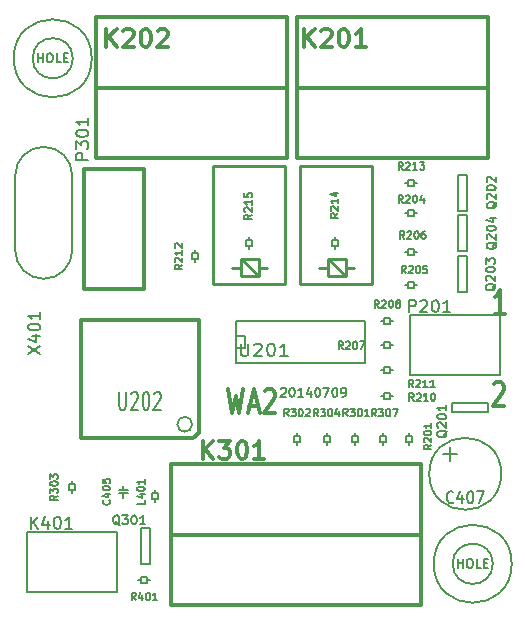
<source format=gto>
G04 #@! TF.GenerationSoftware,KiCad,Pcbnew,(5.1.5)-3*
G04 #@! TF.CreationDate,2021-08-30T19:46:02+02:00*
G04 #@! TF.ProjectId,wa2,7761322e-6b69-4636-9164-5f7063625858,0428 -*
G04 #@! TF.SameCoordinates,Original*
G04 #@! TF.FileFunction,Legend,Top*
G04 #@! TF.FilePolarity,Positive*
%FSLAX46Y46*%
G04 Gerber Fmt 4.6, Leading zero omitted, Abs format (unit mm)*
G04 Created by KiCad (PCBNEW (5.1.5)-3) date 2021-08-30 19:46:02*
%MOMM*%
%LPD*%
G04 APERTURE LIST*
%ADD10C,0.304800*%
%ADD11C,0.190500*%
%ADD12C,0.203200*%
%ADD13C,0.127000*%
%ADD14C,0.254000*%
%ADD15C,0.152400*%
G04 APERTURE END LIST*
D10*
X157864571Y-105580761D02*
X157937142Y-105484000D01*
X158082285Y-105387238D01*
X158445142Y-105387238D01*
X158590285Y-105484000D01*
X158662857Y-105580761D01*
X158735428Y-105774285D01*
X158735428Y-105967809D01*
X158662857Y-106258095D01*
X157792000Y-107419238D01*
X158735428Y-107419238D01*
X158835428Y-99619238D02*
X157964571Y-99619238D01*
X158400000Y-99619238D02*
X158400000Y-97587238D01*
X158254857Y-97877523D01*
X158109714Y-98071047D01*
X157964571Y-98167809D01*
D11*
X139842285Y-105955285D02*
X139878571Y-105919000D01*
X139951142Y-105882714D01*
X140132571Y-105882714D01*
X140205142Y-105919000D01*
X140241428Y-105955285D01*
X140277714Y-106027857D01*
X140277714Y-106100428D01*
X140241428Y-106209285D01*
X139806000Y-106644714D01*
X140277714Y-106644714D01*
X140749428Y-105882714D02*
X140822000Y-105882714D01*
X140894571Y-105919000D01*
X140930857Y-105955285D01*
X140967142Y-106027857D01*
X141003428Y-106173000D01*
X141003428Y-106354428D01*
X140967142Y-106499571D01*
X140930857Y-106572142D01*
X140894571Y-106608428D01*
X140822000Y-106644714D01*
X140749428Y-106644714D01*
X140676857Y-106608428D01*
X140640571Y-106572142D01*
X140604285Y-106499571D01*
X140568000Y-106354428D01*
X140568000Y-106173000D01*
X140604285Y-106027857D01*
X140640571Y-105955285D01*
X140676857Y-105919000D01*
X140749428Y-105882714D01*
X141729142Y-106644714D02*
X141293714Y-106644714D01*
X141511428Y-106644714D02*
X141511428Y-105882714D01*
X141438857Y-105991571D01*
X141366285Y-106064142D01*
X141293714Y-106100428D01*
X142382285Y-106136714D02*
X142382285Y-106644714D01*
X142200857Y-105846428D02*
X142019428Y-106390714D01*
X142491142Y-106390714D01*
X142926571Y-105882714D02*
X142999142Y-105882714D01*
X143071714Y-105919000D01*
X143108000Y-105955285D01*
X143144285Y-106027857D01*
X143180571Y-106173000D01*
X143180571Y-106354428D01*
X143144285Y-106499571D01*
X143108000Y-106572142D01*
X143071714Y-106608428D01*
X142999142Y-106644714D01*
X142926571Y-106644714D01*
X142854000Y-106608428D01*
X142817714Y-106572142D01*
X142781428Y-106499571D01*
X142745142Y-106354428D01*
X142745142Y-106173000D01*
X142781428Y-106027857D01*
X142817714Y-105955285D01*
X142854000Y-105919000D01*
X142926571Y-105882714D01*
X143434571Y-105882714D02*
X143942571Y-105882714D01*
X143616000Y-106644714D01*
X144378000Y-105882714D02*
X144450571Y-105882714D01*
X144523142Y-105919000D01*
X144559428Y-105955285D01*
X144595714Y-106027857D01*
X144632000Y-106173000D01*
X144632000Y-106354428D01*
X144595714Y-106499571D01*
X144559428Y-106572142D01*
X144523142Y-106608428D01*
X144450571Y-106644714D01*
X144378000Y-106644714D01*
X144305428Y-106608428D01*
X144269142Y-106572142D01*
X144232857Y-106499571D01*
X144196571Y-106354428D01*
X144196571Y-106173000D01*
X144232857Y-106027857D01*
X144269142Y-105955285D01*
X144305428Y-105919000D01*
X144378000Y-105882714D01*
X144994857Y-106644714D02*
X145140000Y-106644714D01*
X145212571Y-106608428D01*
X145248857Y-106572142D01*
X145321428Y-106463285D01*
X145357714Y-106318142D01*
X145357714Y-106027857D01*
X145321428Y-105955285D01*
X145285142Y-105919000D01*
X145212571Y-105882714D01*
X145067428Y-105882714D01*
X144994857Y-105919000D01*
X144958571Y-105955285D01*
X144922285Y-106027857D01*
X144922285Y-106209285D01*
X144958571Y-106281857D01*
X144994857Y-106318142D01*
X145067428Y-106354428D01*
X145212571Y-106354428D01*
X145285142Y-106318142D01*
X145321428Y-106281857D01*
X145357714Y-106209285D01*
D10*
X135368000Y-105987238D02*
X135730857Y-108019238D01*
X136021142Y-106567809D01*
X136311428Y-108019238D01*
X136674285Y-105987238D01*
X137182285Y-107438666D02*
X137908000Y-107438666D01*
X137037142Y-108019238D02*
X137545142Y-105987238D01*
X138053142Y-108019238D01*
X138488571Y-106180761D02*
X138561142Y-106084000D01*
X138706285Y-105987238D01*
X139069142Y-105987238D01*
X139214285Y-106084000D01*
X139286857Y-106180761D01*
X139359428Y-106374285D01*
X139359428Y-106567809D01*
X139286857Y-106858095D01*
X138416000Y-108019238D01*
X139359428Y-108019238D01*
D12*
X159385000Y-120777000D02*
G75*
G03X159385000Y-120777000I-3302000J0D01*
G01*
X157785558Y-120777000D02*
G75*
G03X157785558Y-120777000I-1702558J0D01*
G01*
X123825000Y-77978000D02*
G75*
G03X123825000Y-77978000I-3302000J0D01*
G01*
X122225558Y-77978000D02*
G75*
G03X122225558Y-77978000I-1702558J0D01*
G01*
D13*
X126492000Y-114554000D02*
X126492000Y-114173000D01*
X126111000Y-114554000D02*
X126873000Y-114554000D01*
X126492000Y-115189000D02*
X126492000Y-114808000D01*
X126492000Y-114808000D02*
X126111000Y-114808000D01*
X126111000Y-114808000D02*
X126873000Y-114808000D01*
D12*
X158496000Y-113157000D02*
G75*
G03X158496000Y-113157000I-3048000J0D01*
G01*
D10*
X157365700Y-86453980D02*
X157365700Y-74455020D01*
X146164300Y-74455020D02*
X157365700Y-74455020D01*
X141165580Y-86453980D02*
X141165580Y-74455020D01*
X157365700Y-86453980D02*
X146164300Y-86453980D01*
X157365700Y-80454500D02*
X146164300Y-80454500D01*
X146164300Y-86453980D02*
X141165580Y-86453980D01*
X146164300Y-74455020D02*
X141165580Y-74455020D01*
X146164300Y-80454500D02*
X141165580Y-80454500D01*
X129146300Y-80454500D02*
X124147580Y-80454500D01*
X129146300Y-74455020D02*
X124147580Y-74455020D01*
X129146300Y-86453980D02*
X124147580Y-86453980D01*
X140347700Y-80454500D02*
X129146300Y-80454500D01*
X140347700Y-86453980D02*
X129146300Y-86453980D01*
X124147580Y-86453980D02*
X124147580Y-74455020D01*
X129146300Y-74455020D02*
X140347700Y-74455020D01*
X140347700Y-86453980D02*
X140347700Y-74455020D01*
X141744700Y-124299980D02*
X151744680Y-124299980D01*
X141744700Y-118300500D02*
X151744680Y-118300500D01*
X141744700Y-112301020D02*
X151744680Y-112301020D01*
X130543300Y-118300500D02*
X141744700Y-118300500D01*
X130543300Y-112301020D02*
X141744700Y-112301020D01*
X151744680Y-112301020D02*
X151744680Y-124299980D01*
X141744700Y-124299980D02*
X130543300Y-124299980D01*
X130543300Y-112301020D02*
X130543300Y-124299980D01*
D12*
X125984000Y-123190000D02*
X118364000Y-123190000D01*
X118364000Y-118110000D02*
X125984000Y-118110000D01*
X125984000Y-118110000D02*
X125984000Y-123190000D01*
X118364000Y-123190000D02*
X118364000Y-118110000D01*
D13*
X129159000Y-115316000D02*
X129159000Y-115570000D01*
X129159000Y-114554000D02*
X129159000Y-114808000D01*
X129413000Y-114808000D02*
X129032000Y-114808000D01*
X129032000Y-114808000D02*
X128905000Y-114808000D01*
X128905000Y-114808000D02*
X128905000Y-115316000D01*
X128905000Y-115316000D02*
X129413000Y-115316000D01*
X129413000Y-115316000D02*
X129413000Y-114808000D01*
D12*
X158369000Y-99695000D02*
X158369000Y-104775000D01*
X150749000Y-104775000D02*
X150749000Y-99695000D01*
X158369000Y-104775000D02*
X150749000Y-104775000D01*
X150749000Y-99695000D02*
X158369000Y-99695000D01*
D10*
X128270000Y-87376000D02*
X128270000Y-97536000D01*
X128270000Y-97536000D02*
X123190000Y-97536000D01*
X123190000Y-97536000D02*
X123190000Y-87376000D01*
X123190000Y-87376000D02*
X128270000Y-87376000D01*
D13*
X157353000Y-107950000D02*
X154305000Y-107950000D01*
X154305000Y-107950000D02*
X154305000Y-107188000D01*
X154305000Y-107188000D02*
X157353000Y-107188000D01*
X157353000Y-107188000D02*
X157353000Y-107950000D01*
X154876500Y-87820500D02*
X155638500Y-87820500D01*
X154876500Y-90868500D02*
X154876500Y-87820500D01*
X155638500Y-90868500D02*
X154876500Y-90868500D01*
X155638500Y-87820500D02*
X155638500Y-90868500D01*
X155575000Y-94742000D02*
X155575000Y-97790000D01*
X155575000Y-97790000D02*
X154813000Y-97790000D01*
X154813000Y-97790000D02*
X154813000Y-94742000D01*
X154813000Y-94742000D02*
X155575000Y-94742000D01*
X155638500Y-91249500D02*
X155638500Y-94297500D01*
X155638500Y-94297500D02*
X154876500Y-94297500D01*
X154876500Y-94297500D02*
X154876500Y-91249500D01*
X154876500Y-91249500D02*
X155638500Y-91249500D01*
X128778000Y-120777000D02*
X128016000Y-120777000D01*
X128778000Y-117729000D02*
X128778000Y-120777000D01*
X128016000Y-117729000D02*
X128778000Y-117729000D01*
X128016000Y-120777000D02*
X128016000Y-117729000D01*
X150446000Y-109946000D02*
X150446000Y-110454000D01*
X150954000Y-109946000D02*
X150446000Y-109946000D01*
X150954000Y-110454000D02*
X150954000Y-109946000D01*
X150827000Y-110454000D02*
X150954000Y-110454000D01*
X150446000Y-110454000D02*
X150827000Y-110454000D01*
X150700000Y-110708000D02*
X150700000Y-110454000D01*
X150700000Y-109946000D02*
X150700000Y-109692000D01*
X151130000Y-90805000D02*
X150622000Y-90805000D01*
X151130000Y-91313000D02*
X151130000Y-90805000D01*
X150622000Y-91313000D02*
X151130000Y-91313000D01*
X150622000Y-91186000D02*
X150622000Y-91313000D01*
X150622000Y-90805000D02*
X150622000Y-91186000D01*
X150368000Y-91059000D02*
X150622000Y-91059000D01*
X151130000Y-91059000D02*
X151384000Y-91059000D01*
X151130000Y-97155000D02*
X151384000Y-97155000D01*
X150368000Y-97155000D02*
X150622000Y-97155000D01*
X150622000Y-96901000D02*
X150622000Y-97282000D01*
X150622000Y-97282000D02*
X150622000Y-97409000D01*
X150622000Y-97409000D02*
X151130000Y-97409000D01*
X151130000Y-97409000D02*
X151130000Y-96901000D01*
X151130000Y-96901000D02*
X150622000Y-96901000D01*
X151130000Y-94361000D02*
X151384000Y-94361000D01*
X150368000Y-94361000D02*
X150622000Y-94361000D01*
X150622000Y-94107000D02*
X150622000Y-94488000D01*
X150622000Y-94488000D02*
X150622000Y-94615000D01*
X150622000Y-94615000D02*
X151130000Y-94615000D01*
X151130000Y-94615000D02*
X151130000Y-94107000D01*
X151130000Y-94107000D02*
X150622000Y-94107000D01*
X149098000Y-101981000D02*
X148590000Y-101981000D01*
X149098000Y-102489000D02*
X149098000Y-101981000D01*
X148590000Y-102489000D02*
X149098000Y-102489000D01*
X148590000Y-102362000D02*
X148590000Y-102489000D01*
X148590000Y-101981000D02*
X148590000Y-102362000D01*
X148336000Y-102235000D02*
X148590000Y-102235000D01*
X149098000Y-102235000D02*
X149352000Y-102235000D01*
X149098000Y-99949000D02*
X148590000Y-99949000D01*
X149098000Y-100457000D02*
X149098000Y-99949000D01*
X148590000Y-100457000D02*
X149098000Y-100457000D01*
X148590000Y-100330000D02*
X148590000Y-100457000D01*
X148590000Y-99949000D02*
X148590000Y-100330000D01*
X148336000Y-100203000D02*
X148590000Y-100203000D01*
X149098000Y-100203000D02*
X149352000Y-100203000D01*
X149098000Y-106553000D02*
X149352000Y-106553000D01*
X148336000Y-106553000D02*
X148590000Y-106553000D01*
X148590000Y-106299000D02*
X148590000Y-106680000D01*
X148590000Y-106680000D02*
X148590000Y-106807000D01*
X148590000Y-106807000D02*
X149098000Y-106807000D01*
X149098000Y-106807000D02*
X149098000Y-106299000D01*
X149098000Y-106299000D02*
X148590000Y-106299000D01*
X149098000Y-104394000D02*
X149352000Y-104394000D01*
X148336000Y-104394000D02*
X148590000Y-104394000D01*
X148590000Y-104140000D02*
X148590000Y-104521000D01*
X148590000Y-104521000D02*
X148590000Y-104648000D01*
X148590000Y-104648000D02*
X149098000Y-104648000D01*
X149098000Y-104648000D02*
X149098000Y-104140000D01*
X149098000Y-104140000D02*
X148590000Y-104140000D01*
X132334000Y-94488000D02*
X132334000Y-94996000D01*
X132842000Y-94488000D02*
X132334000Y-94488000D01*
X132842000Y-94996000D02*
X132842000Y-94488000D01*
X132715000Y-94996000D02*
X132842000Y-94996000D01*
X132334000Y-94996000D02*
X132715000Y-94996000D01*
X132588000Y-95250000D02*
X132588000Y-94996000D01*
X132588000Y-94488000D02*
X132588000Y-94234000D01*
X151130000Y-88265000D02*
X150622000Y-88265000D01*
X151130000Y-88773000D02*
X151130000Y-88265000D01*
X150622000Y-88773000D02*
X151130000Y-88773000D01*
X150622000Y-88646000D02*
X150622000Y-88773000D01*
X150622000Y-88265000D02*
X150622000Y-88646000D01*
X150368000Y-88519000D02*
X150622000Y-88519000D01*
X151130000Y-88519000D02*
X151384000Y-88519000D01*
X144145000Y-93345000D02*
X144145000Y-93853000D01*
X144653000Y-93345000D02*
X144145000Y-93345000D01*
X144653000Y-93853000D02*
X144653000Y-93345000D01*
X144526000Y-93853000D02*
X144653000Y-93853000D01*
X144145000Y-93853000D02*
X144526000Y-93853000D01*
X144399000Y-94107000D02*
X144399000Y-93853000D01*
X144399000Y-93345000D02*
X144399000Y-93091000D01*
X137160000Y-93345000D02*
X137160000Y-93091000D01*
X137160000Y-94107000D02*
X137160000Y-93853000D01*
X136906000Y-93853000D02*
X137287000Y-93853000D01*
X137287000Y-93853000D02*
X137414000Y-93853000D01*
X137414000Y-93853000D02*
X137414000Y-93345000D01*
X137414000Y-93345000D02*
X136906000Y-93345000D01*
X136906000Y-93345000D02*
X136906000Y-93853000D01*
X145904000Y-109982000D02*
X145904000Y-110490000D01*
X146412000Y-109982000D02*
X145904000Y-109982000D01*
X146412000Y-110490000D02*
X146412000Y-109982000D01*
X146285000Y-110490000D02*
X146412000Y-110490000D01*
X145904000Y-110490000D02*
X146285000Y-110490000D01*
X146158000Y-110744000D02*
X146158000Y-110490000D01*
X146158000Y-109982000D02*
X146158000Y-109728000D01*
X141205000Y-109982000D02*
X141205000Y-109728000D01*
X141205000Y-110744000D02*
X141205000Y-110490000D01*
X140951000Y-110490000D02*
X141332000Y-110490000D01*
X141332000Y-110490000D02*
X141459000Y-110490000D01*
X141459000Y-110490000D02*
X141459000Y-109982000D01*
X141459000Y-109982000D02*
X140951000Y-109982000D01*
X140951000Y-109982000D02*
X140951000Y-110490000D01*
X122174000Y-114046000D02*
X122174000Y-113792000D01*
X122174000Y-114808000D02*
X122174000Y-114554000D01*
X121920000Y-114554000D02*
X122301000Y-114554000D01*
X122301000Y-114554000D02*
X122428000Y-114554000D01*
X122428000Y-114554000D02*
X122428000Y-114046000D01*
X122428000Y-114046000D02*
X121920000Y-114046000D01*
X121920000Y-114046000D02*
X121920000Y-114554000D01*
X143999000Y-110490000D02*
X143999000Y-109982000D01*
X143491000Y-110490000D02*
X143999000Y-110490000D01*
X143491000Y-109982000D02*
X143491000Y-110490000D01*
X143618000Y-109982000D02*
X143491000Y-109982000D01*
X143999000Y-109982000D02*
X143618000Y-109982000D01*
X143745000Y-109728000D02*
X143745000Y-109982000D01*
X143745000Y-110490000D02*
X143745000Y-110744000D01*
X148246000Y-109946000D02*
X148246000Y-110454000D01*
X148754000Y-109946000D02*
X148246000Y-109946000D01*
X148754000Y-110454000D02*
X148754000Y-109946000D01*
X148627000Y-110454000D02*
X148754000Y-110454000D01*
X148246000Y-110454000D02*
X148627000Y-110454000D01*
X148500000Y-110708000D02*
X148500000Y-110454000D01*
X148500000Y-109946000D02*
X148500000Y-109692000D01*
X128016000Y-122428000D02*
X128524000Y-122428000D01*
X128016000Y-121920000D02*
X128016000Y-122428000D01*
X128524000Y-121920000D02*
X128016000Y-121920000D01*
X128524000Y-122047000D02*
X128524000Y-121920000D01*
X128524000Y-122428000D02*
X128524000Y-122047000D01*
X128778000Y-122174000D02*
X128524000Y-122174000D01*
X128016000Y-122174000D02*
X127762000Y-122174000D01*
D14*
X145313400Y-95707200D02*
X146024600Y-95707200D01*
X143814800Y-95707200D02*
X143027400Y-95707200D01*
X145313400Y-96443800D02*
X143814800Y-94945200D01*
X143814800Y-96443800D02*
X143814800Y-94945200D01*
X143814800Y-94945200D02*
X145313400Y-94945200D01*
X145313400Y-94945200D02*
X145313400Y-96443800D01*
X145313400Y-96443800D02*
X143814800Y-96443800D01*
X141478000Y-97129600D02*
X141478000Y-87096600D01*
X141478000Y-87096600D02*
X147548600Y-87096600D01*
X147548600Y-87096600D02*
X147574000Y-97129600D01*
X147574000Y-97129600D02*
X141478000Y-97129600D01*
X140208000Y-97129600D02*
X134112000Y-97129600D01*
X140182600Y-87096600D02*
X140208000Y-97129600D01*
X134112000Y-87096600D02*
X140182600Y-87096600D01*
X134112000Y-97129600D02*
X134112000Y-87096600D01*
X137947400Y-96443800D02*
X136448800Y-96443800D01*
X137947400Y-94945200D02*
X137947400Y-96443800D01*
X136448800Y-94945200D02*
X137947400Y-94945200D01*
X136448800Y-96443800D02*
X136448800Y-94945200D01*
X137947400Y-96443800D02*
X136448800Y-94945200D01*
X136448800Y-95707200D02*
X135661400Y-95707200D01*
X137947400Y-95707200D02*
X138658600Y-95707200D01*
D12*
X136017000Y-100203000D02*
X146939000Y-100203000D01*
X146939000Y-100203000D02*
X146939000Y-103759000D01*
X146939000Y-103759000D02*
X136017000Y-103759000D01*
X136017000Y-103759000D02*
X136017000Y-100203000D01*
X136017000Y-101473000D02*
X136779000Y-101473000D01*
X136779000Y-101473000D02*
X136779000Y-102489000D01*
X136779000Y-102489000D02*
X136017000Y-102489000D01*
D10*
X122885200Y-110159800D02*
X122885200Y-100152200D01*
X122885200Y-100152200D02*
X132892800Y-100152200D01*
X132892800Y-109677200D02*
X132892800Y-100152200D01*
X132410200Y-110159800D02*
X122885200Y-110159800D01*
X132892800Y-109677200D02*
X132410200Y-110159800D01*
D12*
X132334000Y-108966000D02*
G75*
G03X132334000Y-108966000I-635000J0D01*
G01*
X117348000Y-87884000D02*
X117348000Y-94234000D01*
X122174000Y-87884000D02*
X122174000Y-94234000D01*
X119761000Y-85471000D02*
G75*
G03X117348000Y-87884000I0J-2413000D01*
G01*
X122174000Y-87884000D02*
G75*
G03X119761000Y-85471000I-2413000J0D01*
G01*
X117348000Y-94234000D02*
G75*
G03X119761000Y-96647000I2413000J0D01*
G01*
X119761000Y-96647000D02*
G75*
G03X122174000Y-94234000I0J2413000D01*
G01*
D15*
X154813000Y-121121714D02*
X154813000Y-120359714D01*
X154813000Y-120722571D02*
X155248428Y-120722571D01*
X155248428Y-121121714D02*
X155248428Y-120359714D01*
X155756428Y-120359714D02*
X155901571Y-120359714D01*
X155974142Y-120396000D01*
X156046714Y-120468571D01*
X156083000Y-120613714D01*
X156083000Y-120867714D01*
X156046714Y-121012857D01*
X155974142Y-121085428D01*
X155901571Y-121121714D01*
X155756428Y-121121714D01*
X155683857Y-121085428D01*
X155611285Y-121012857D01*
X155575000Y-120867714D01*
X155575000Y-120613714D01*
X155611285Y-120468571D01*
X155683857Y-120396000D01*
X155756428Y-120359714D01*
X156772428Y-121121714D02*
X156409571Y-121121714D01*
X156409571Y-120359714D01*
X157026428Y-120722571D02*
X157280428Y-120722571D01*
X157389285Y-121121714D02*
X157026428Y-121121714D01*
X157026428Y-120359714D01*
X157389285Y-120359714D01*
X119253000Y-78322714D02*
X119253000Y-77560714D01*
X119253000Y-77923571D02*
X119688428Y-77923571D01*
X119688428Y-78322714D02*
X119688428Y-77560714D01*
X120196428Y-77560714D02*
X120341571Y-77560714D01*
X120414142Y-77597000D01*
X120486714Y-77669571D01*
X120523000Y-77814714D01*
X120523000Y-78068714D01*
X120486714Y-78213857D01*
X120414142Y-78286428D01*
X120341571Y-78322714D01*
X120196428Y-78322714D01*
X120123857Y-78286428D01*
X120051285Y-78213857D01*
X120015000Y-78068714D01*
X120015000Y-77814714D01*
X120051285Y-77669571D01*
X120123857Y-77597000D01*
X120196428Y-77560714D01*
X121212428Y-78322714D02*
X120849571Y-78322714D01*
X120849571Y-77560714D01*
X121466428Y-77923571D02*
X121720428Y-77923571D01*
X121829285Y-78322714D02*
X121466428Y-78322714D01*
X121466428Y-77560714D01*
X121829285Y-77560714D01*
D13*
X125321785Y-115391595D02*
X125352023Y-115421833D01*
X125382261Y-115512547D01*
X125382261Y-115573023D01*
X125352023Y-115663738D01*
X125291547Y-115724214D01*
X125231071Y-115754452D01*
X125110119Y-115784690D01*
X125019404Y-115784690D01*
X124898452Y-115754452D01*
X124837976Y-115724214D01*
X124777500Y-115663738D01*
X124747261Y-115573023D01*
X124747261Y-115512547D01*
X124777500Y-115421833D01*
X124807738Y-115391595D01*
X124958928Y-114847309D02*
X125382261Y-114847309D01*
X124717023Y-114998500D02*
X125170595Y-115149690D01*
X125170595Y-114756595D01*
X124747261Y-114393738D02*
X124747261Y-114333261D01*
X124777500Y-114272785D01*
X124807738Y-114242547D01*
X124868214Y-114212309D01*
X124989166Y-114182071D01*
X125140357Y-114182071D01*
X125261309Y-114212309D01*
X125321785Y-114242547D01*
X125352023Y-114272785D01*
X125382261Y-114333261D01*
X125382261Y-114393738D01*
X125352023Y-114454214D01*
X125321785Y-114484452D01*
X125261309Y-114514690D01*
X125140357Y-114544928D01*
X124989166Y-114544928D01*
X124868214Y-114514690D01*
X124807738Y-114484452D01*
X124777500Y-114454214D01*
X124747261Y-114393738D01*
X124747261Y-113607547D02*
X124747261Y-113909928D01*
X125049642Y-113940166D01*
X125019404Y-113909928D01*
X124989166Y-113849452D01*
X124989166Y-113698261D01*
X125019404Y-113637785D01*
X125049642Y-113607547D01*
X125110119Y-113577309D01*
X125261309Y-113577309D01*
X125321785Y-113607547D01*
X125352023Y-113637785D01*
X125382261Y-113698261D01*
X125382261Y-113849452D01*
X125352023Y-113909928D01*
X125321785Y-113940166D01*
D12*
X154453166Y-115551857D02*
X154410833Y-115600238D01*
X154283833Y-115648619D01*
X154199166Y-115648619D01*
X154072166Y-115600238D01*
X153987500Y-115503476D01*
X153945166Y-115406714D01*
X153902833Y-115213190D01*
X153902833Y-115068047D01*
X153945166Y-114874523D01*
X153987500Y-114777761D01*
X154072166Y-114681000D01*
X154199166Y-114632619D01*
X154283833Y-114632619D01*
X154410833Y-114681000D01*
X154453166Y-114729380D01*
X155215166Y-114971285D02*
X155215166Y-115648619D01*
X155003500Y-114584238D02*
X154791833Y-115309952D01*
X155342166Y-115309952D01*
X155850166Y-114632619D02*
X155934833Y-114632619D01*
X156019500Y-114681000D01*
X156061833Y-114729380D01*
X156104166Y-114826142D01*
X156146500Y-115019666D01*
X156146500Y-115261571D01*
X156104166Y-115455095D01*
X156061833Y-115551857D01*
X156019500Y-115600238D01*
X155934833Y-115648619D01*
X155850166Y-115648619D01*
X155765500Y-115600238D01*
X155723166Y-115551857D01*
X155680833Y-115455095D01*
X155638500Y-115261571D01*
X155638500Y-115019666D01*
X155680833Y-114826142D01*
X155723166Y-114729380D01*
X155765500Y-114681000D01*
X155850166Y-114632619D01*
X156442833Y-114632619D02*
X157035500Y-114632619D01*
X156654500Y-115648619D01*
X153597428Y-111487857D02*
X154758571Y-111487857D01*
X154178000Y-112068428D02*
X154178000Y-110907285D01*
D10*
X141822714Y-77016428D02*
X141822714Y-75492428D01*
X142693571Y-77016428D02*
X142040428Y-76145571D01*
X142693571Y-75492428D02*
X141822714Y-76363285D01*
X143274142Y-75637571D02*
X143346714Y-75565000D01*
X143491857Y-75492428D01*
X143854714Y-75492428D01*
X143999857Y-75565000D01*
X144072428Y-75637571D01*
X144145000Y-75782714D01*
X144145000Y-75927857D01*
X144072428Y-76145571D01*
X143201571Y-77016428D01*
X144145000Y-77016428D01*
X145088428Y-75492428D02*
X145233571Y-75492428D01*
X145378714Y-75565000D01*
X145451285Y-75637571D01*
X145523857Y-75782714D01*
X145596428Y-76073000D01*
X145596428Y-76435857D01*
X145523857Y-76726142D01*
X145451285Y-76871285D01*
X145378714Y-76943857D01*
X145233571Y-77016428D01*
X145088428Y-77016428D01*
X144943285Y-76943857D01*
X144870714Y-76871285D01*
X144798142Y-76726142D01*
X144725571Y-76435857D01*
X144725571Y-76073000D01*
X144798142Y-75782714D01*
X144870714Y-75637571D01*
X144943285Y-75565000D01*
X145088428Y-75492428D01*
X147047857Y-77016428D02*
X146177000Y-77016428D01*
X146612428Y-77016428D02*
X146612428Y-75492428D01*
X146467285Y-75710142D01*
X146322142Y-75855285D01*
X146177000Y-75927857D01*
X125058714Y-77016428D02*
X125058714Y-75492428D01*
X125929571Y-77016428D02*
X125276428Y-76145571D01*
X125929571Y-75492428D02*
X125058714Y-76363285D01*
X126510142Y-75637571D02*
X126582714Y-75565000D01*
X126727857Y-75492428D01*
X127090714Y-75492428D01*
X127235857Y-75565000D01*
X127308428Y-75637571D01*
X127381000Y-75782714D01*
X127381000Y-75927857D01*
X127308428Y-76145571D01*
X126437571Y-77016428D01*
X127381000Y-77016428D01*
X128324428Y-75492428D02*
X128469571Y-75492428D01*
X128614714Y-75565000D01*
X128687285Y-75637571D01*
X128759857Y-75782714D01*
X128832428Y-76073000D01*
X128832428Y-76435857D01*
X128759857Y-76726142D01*
X128687285Y-76871285D01*
X128614714Y-76943857D01*
X128469571Y-77016428D01*
X128324428Y-77016428D01*
X128179285Y-76943857D01*
X128106714Y-76871285D01*
X128034142Y-76726142D01*
X127961571Y-76435857D01*
X127961571Y-76073000D01*
X128034142Y-75782714D01*
X128106714Y-75637571D01*
X128179285Y-75565000D01*
X128324428Y-75492428D01*
X129413000Y-75637571D02*
X129485571Y-75565000D01*
X129630714Y-75492428D01*
X129993571Y-75492428D01*
X130138714Y-75565000D01*
X130211285Y-75637571D01*
X130283857Y-75782714D01*
X130283857Y-75927857D01*
X130211285Y-76145571D01*
X129340428Y-77016428D01*
X130283857Y-77016428D01*
X133223714Y-111889428D02*
X133223714Y-110365428D01*
X134094571Y-111889428D02*
X133441428Y-111018571D01*
X134094571Y-110365428D02*
X133223714Y-111236285D01*
X134602571Y-110365428D02*
X135546000Y-110365428D01*
X135038000Y-110946000D01*
X135255714Y-110946000D01*
X135400857Y-111018571D01*
X135473428Y-111091142D01*
X135546000Y-111236285D01*
X135546000Y-111599142D01*
X135473428Y-111744285D01*
X135400857Y-111816857D01*
X135255714Y-111889428D01*
X134820285Y-111889428D01*
X134675142Y-111816857D01*
X134602571Y-111744285D01*
X136489428Y-110365428D02*
X136634571Y-110365428D01*
X136779714Y-110438000D01*
X136852285Y-110510571D01*
X136924857Y-110655714D01*
X136997428Y-110946000D01*
X136997428Y-111308857D01*
X136924857Y-111599142D01*
X136852285Y-111744285D01*
X136779714Y-111816857D01*
X136634571Y-111889428D01*
X136489428Y-111889428D01*
X136344285Y-111816857D01*
X136271714Y-111744285D01*
X136199142Y-111599142D01*
X136126571Y-111308857D01*
X136126571Y-110946000D01*
X136199142Y-110655714D01*
X136271714Y-110510571D01*
X136344285Y-110438000D01*
X136489428Y-110365428D01*
X138448857Y-111889428D02*
X137578000Y-111889428D01*
X138013428Y-111889428D02*
X138013428Y-110365428D01*
X137868285Y-110583142D01*
X137723142Y-110728285D01*
X137578000Y-110800857D01*
D15*
X118678476Y-117807619D02*
X118678476Y-116791619D01*
X119259047Y-117807619D02*
X118823619Y-117227047D01*
X119259047Y-116791619D02*
X118678476Y-117372190D01*
X120129904Y-117130285D02*
X120129904Y-117807619D01*
X119888000Y-116743238D02*
X119646095Y-117468952D01*
X120275047Y-117468952D01*
X120855619Y-116791619D02*
X120952380Y-116791619D01*
X121049142Y-116840000D01*
X121097523Y-116888380D01*
X121145904Y-116985142D01*
X121194285Y-117178666D01*
X121194285Y-117420571D01*
X121145904Y-117614095D01*
X121097523Y-117710857D01*
X121049142Y-117759238D01*
X120952380Y-117807619D01*
X120855619Y-117807619D01*
X120758857Y-117759238D01*
X120710476Y-117710857D01*
X120662095Y-117614095D01*
X120613714Y-117420571D01*
X120613714Y-117178666D01*
X120662095Y-116985142D01*
X120710476Y-116888380D01*
X120758857Y-116840000D01*
X120855619Y-116791619D01*
X122161904Y-117807619D02*
X121581333Y-117807619D01*
X121871619Y-117807619D02*
X121871619Y-116791619D01*
X121774857Y-116936761D01*
X121678095Y-117033523D01*
X121581333Y-117081904D01*
D13*
X128303261Y-115391595D02*
X128303261Y-115693976D01*
X127668261Y-115693976D01*
X127879928Y-114907785D02*
X128303261Y-114907785D01*
X127638023Y-115058976D02*
X128091595Y-115210166D01*
X128091595Y-114817071D01*
X127668261Y-114454214D02*
X127668261Y-114393738D01*
X127698500Y-114333261D01*
X127728738Y-114303023D01*
X127789214Y-114272785D01*
X127910166Y-114242547D01*
X128061357Y-114242547D01*
X128182309Y-114272785D01*
X128242785Y-114303023D01*
X128273023Y-114333261D01*
X128303261Y-114393738D01*
X128303261Y-114454214D01*
X128273023Y-114514690D01*
X128242785Y-114544928D01*
X128182309Y-114575166D01*
X128061357Y-114605404D01*
X127910166Y-114605404D01*
X127789214Y-114575166D01*
X127728738Y-114544928D01*
X127698500Y-114514690D01*
X127668261Y-114454214D01*
X128303261Y-113637785D02*
X128303261Y-114000642D01*
X128303261Y-113819214D02*
X127668261Y-113819214D01*
X127758976Y-113879690D01*
X127819452Y-113940166D01*
X127849690Y-114000642D01*
D15*
X150682476Y-99459619D02*
X150682476Y-98443619D01*
X151069523Y-98443619D01*
X151166285Y-98492000D01*
X151214666Y-98540380D01*
X151263047Y-98637142D01*
X151263047Y-98782285D01*
X151214666Y-98879047D01*
X151166285Y-98927428D01*
X151069523Y-98975809D01*
X150682476Y-98975809D01*
X151650095Y-98540380D02*
X151698476Y-98492000D01*
X151795238Y-98443619D01*
X152037142Y-98443619D01*
X152133904Y-98492000D01*
X152182285Y-98540380D01*
X152230666Y-98637142D01*
X152230666Y-98733904D01*
X152182285Y-98879047D01*
X151601714Y-99459619D01*
X152230666Y-99459619D01*
X152859619Y-98443619D02*
X152956380Y-98443619D01*
X153053142Y-98492000D01*
X153101523Y-98540380D01*
X153149904Y-98637142D01*
X153198285Y-98830666D01*
X153198285Y-99072571D01*
X153149904Y-99266095D01*
X153101523Y-99362857D01*
X153053142Y-99411238D01*
X152956380Y-99459619D01*
X152859619Y-99459619D01*
X152762857Y-99411238D01*
X152714476Y-99362857D01*
X152666095Y-99266095D01*
X152617714Y-99072571D01*
X152617714Y-98830666D01*
X152666095Y-98637142D01*
X152714476Y-98540380D01*
X152762857Y-98492000D01*
X152859619Y-98443619D01*
X154165904Y-99459619D02*
X153585333Y-99459619D01*
X153875619Y-99459619D02*
X153875619Y-98443619D01*
X153778857Y-98588761D01*
X153682095Y-98685523D01*
X153585333Y-98733904D01*
D12*
X123522619Y-86553523D02*
X122506619Y-86553523D01*
X122506619Y-86166476D01*
X122555000Y-86069714D01*
X122603380Y-86021333D01*
X122700142Y-85972952D01*
X122845285Y-85972952D01*
X122942047Y-86021333D01*
X122990428Y-86069714D01*
X123038809Y-86166476D01*
X123038809Y-86553523D01*
X122506619Y-85634285D02*
X122506619Y-85005333D01*
X122893666Y-85344000D01*
X122893666Y-85198857D01*
X122942047Y-85102095D01*
X122990428Y-85053714D01*
X123087190Y-85005333D01*
X123329095Y-85005333D01*
X123425857Y-85053714D01*
X123474238Y-85102095D01*
X123522619Y-85198857D01*
X123522619Y-85489142D01*
X123474238Y-85585904D01*
X123425857Y-85634285D01*
X122506619Y-84376380D02*
X122506619Y-84279619D01*
X122555000Y-84182857D01*
X122603380Y-84134476D01*
X122700142Y-84086095D01*
X122893666Y-84037714D01*
X123135571Y-84037714D01*
X123329095Y-84086095D01*
X123425857Y-84134476D01*
X123474238Y-84182857D01*
X123522619Y-84279619D01*
X123522619Y-84376380D01*
X123474238Y-84473142D01*
X123425857Y-84521523D01*
X123329095Y-84569904D01*
X123135571Y-84618285D01*
X122893666Y-84618285D01*
X122700142Y-84569904D01*
X122603380Y-84521523D01*
X122555000Y-84473142D01*
X122506619Y-84376380D01*
X123522619Y-83070095D02*
X123522619Y-83650666D01*
X123522619Y-83360380D02*
X122506619Y-83360380D01*
X122651761Y-83457142D01*
X122748523Y-83553904D01*
X122796904Y-83650666D01*
D11*
X153917285Y-109498285D02*
X153881000Y-109570857D01*
X153808428Y-109643428D01*
X153699571Y-109752285D01*
X153663285Y-109824857D01*
X153663285Y-109897428D01*
X153844714Y-109861142D02*
X153808428Y-109933714D01*
X153735857Y-110006285D01*
X153590714Y-110042571D01*
X153336714Y-110042571D01*
X153191571Y-110006285D01*
X153119000Y-109933714D01*
X153082714Y-109861142D01*
X153082714Y-109716000D01*
X153119000Y-109643428D01*
X153191571Y-109570857D01*
X153336714Y-109534571D01*
X153590714Y-109534571D01*
X153735857Y-109570857D01*
X153808428Y-109643428D01*
X153844714Y-109716000D01*
X153844714Y-109861142D01*
X153155285Y-109244285D02*
X153119000Y-109208000D01*
X153082714Y-109135428D01*
X153082714Y-108954000D01*
X153119000Y-108881428D01*
X153155285Y-108845142D01*
X153227857Y-108808857D01*
X153300428Y-108808857D01*
X153409285Y-108845142D01*
X153844714Y-109280571D01*
X153844714Y-108808857D01*
X153082714Y-108337142D02*
X153082714Y-108264571D01*
X153119000Y-108192000D01*
X153155285Y-108155714D01*
X153227857Y-108119428D01*
X153373000Y-108083142D01*
X153554428Y-108083142D01*
X153699571Y-108119428D01*
X153772142Y-108155714D01*
X153808428Y-108192000D01*
X153844714Y-108264571D01*
X153844714Y-108337142D01*
X153808428Y-108409714D01*
X153772142Y-108446000D01*
X153699571Y-108482285D01*
X153554428Y-108518571D01*
X153373000Y-108518571D01*
X153227857Y-108482285D01*
X153155285Y-108446000D01*
X153119000Y-108409714D01*
X153082714Y-108337142D01*
X153844714Y-107357428D02*
X153844714Y-107792857D01*
X153844714Y-107575142D02*
X153082714Y-107575142D01*
X153191571Y-107647714D01*
X153264142Y-107720285D01*
X153300428Y-107792857D01*
X158087785Y-90142785D02*
X158051500Y-90215357D01*
X157978928Y-90287928D01*
X157870071Y-90396785D01*
X157833785Y-90469357D01*
X157833785Y-90541928D01*
X158015214Y-90505642D02*
X157978928Y-90578214D01*
X157906357Y-90650785D01*
X157761214Y-90687071D01*
X157507214Y-90687071D01*
X157362071Y-90650785D01*
X157289500Y-90578214D01*
X157253214Y-90505642D01*
X157253214Y-90360500D01*
X157289500Y-90287928D01*
X157362071Y-90215357D01*
X157507214Y-90179071D01*
X157761214Y-90179071D01*
X157906357Y-90215357D01*
X157978928Y-90287928D01*
X158015214Y-90360500D01*
X158015214Y-90505642D01*
X157325785Y-89888785D02*
X157289500Y-89852500D01*
X157253214Y-89779928D01*
X157253214Y-89598500D01*
X157289500Y-89525928D01*
X157325785Y-89489642D01*
X157398357Y-89453357D01*
X157470928Y-89453357D01*
X157579785Y-89489642D01*
X158015214Y-89925071D01*
X158015214Y-89453357D01*
X157253214Y-88981642D02*
X157253214Y-88909071D01*
X157289500Y-88836500D01*
X157325785Y-88800214D01*
X157398357Y-88763928D01*
X157543500Y-88727642D01*
X157724928Y-88727642D01*
X157870071Y-88763928D01*
X157942642Y-88800214D01*
X157978928Y-88836500D01*
X158015214Y-88909071D01*
X158015214Y-88981642D01*
X157978928Y-89054214D01*
X157942642Y-89090500D01*
X157870071Y-89126785D01*
X157724928Y-89163071D01*
X157543500Y-89163071D01*
X157398357Y-89126785D01*
X157325785Y-89090500D01*
X157289500Y-89054214D01*
X157253214Y-88981642D01*
X157325785Y-88437357D02*
X157289500Y-88401071D01*
X157253214Y-88328500D01*
X157253214Y-88147071D01*
X157289500Y-88074500D01*
X157325785Y-88038214D01*
X157398357Y-88001928D01*
X157470928Y-88001928D01*
X157579785Y-88038214D01*
X158015214Y-88473642D01*
X158015214Y-88001928D01*
X158024285Y-97064285D02*
X157988000Y-97136857D01*
X157915428Y-97209428D01*
X157806571Y-97318285D01*
X157770285Y-97390857D01*
X157770285Y-97463428D01*
X157951714Y-97427142D02*
X157915428Y-97499714D01*
X157842857Y-97572285D01*
X157697714Y-97608571D01*
X157443714Y-97608571D01*
X157298571Y-97572285D01*
X157226000Y-97499714D01*
X157189714Y-97427142D01*
X157189714Y-97282000D01*
X157226000Y-97209428D01*
X157298571Y-97136857D01*
X157443714Y-97100571D01*
X157697714Y-97100571D01*
X157842857Y-97136857D01*
X157915428Y-97209428D01*
X157951714Y-97282000D01*
X157951714Y-97427142D01*
X157262285Y-96810285D02*
X157226000Y-96774000D01*
X157189714Y-96701428D01*
X157189714Y-96520000D01*
X157226000Y-96447428D01*
X157262285Y-96411142D01*
X157334857Y-96374857D01*
X157407428Y-96374857D01*
X157516285Y-96411142D01*
X157951714Y-96846571D01*
X157951714Y-96374857D01*
X157189714Y-95903142D02*
X157189714Y-95830571D01*
X157226000Y-95758000D01*
X157262285Y-95721714D01*
X157334857Y-95685428D01*
X157480000Y-95649142D01*
X157661428Y-95649142D01*
X157806571Y-95685428D01*
X157879142Y-95721714D01*
X157915428Y-95758000D01*
X157951714Y-95830571D01*
X157951714Y-95903142D01*
X157915428Y-95975714D01*
X157879142Y-96012000D01*
X157806571Y-96048285D01*
X157661428Y-96084571D01*
X157480000Y-96084571D01*
X157334857Y-96048285D01*
X157262285Y-96012000D01*
X157226000Y-95975714D01*
X157189714Y-95903142D01*
X157189714Y-95395142D02*
X157189714Y-94923428D01*
X157480000Y-95177428D01*
X157480000Y-95068571D01*
X157516285Y-94996000D01*
X157552571Y-94959714D01*
X157625142Y-94923428D01*
X157806571Y-94923428D01*
X157879142Y-94959714D01*
X157915428Y-94996000D01*
X157951714Y-95068571D01*
X157951714Y-95286285D01*
X157915428Y-95358857D01*
X157879142Y-95395142D01*
X158087785Y-93571785D02*
X158051500Y-93644357D01*
X157978928Y-93716928D01*
X157870071Y-93825785D01*
X157833785Y-93898357D01*
X157833785Y-93970928D01*
X158015214Y-93934642D02*
X157978928Y-94007214D01*
X157906357Y-94079785D01*
X157761214Y-94116071D01*
X157507214Y-94116071D01*
X157362071Y-94079785D01*
X157289500Y-94007214D01*
X157253214Y-93934642D01*
X157253214Y-93789500D01*
X157289500Y-93716928D01*
X157362071Y-93644357D01*
X157507214Y-93608071D01*
X157761214Y-93608071D01*
X157906357Y-93644357D01*
X157978928Y-93716928D01*
X158015214Y-93789500D01*
X158015214Y-93934642D01*
X157325785Y-93317785D02*
X157289500Y-93281500D01*
X157253214Y-93208928D01*
X157253214Y-93027500D01*
X157289500Y-92954928D01*
X157325785Y-92918642D01*
X157398357Y-92882357D01*
X157470928Y-92882357D01*
X157579785Y-92918642D01*
X158015214Y-93354071D01*
X158015214Y-92882357D01*
X157253214Y-92410642D02*
X157253214Y-92338071D01*
X157289500Y-92265500D01*
X157325785Y-92229214D01*
X157398357Y-92192928D01*
X157543500Y-92156642D01*
X157724928Y-92156642D01*
X157870071Y-92192928D01*
X157942642Y-92229214D01*
X157978928Y-92265500D01*
X158015214Y-92338071D01*
X158015214Y-92410642D01*
X157978928Y-92483214D01*
X157942642Y-92519500D01*
X157870071Y-92555785D01*
X157724928Y-92592071D01*
X157543500Y-92592071D01*
X157398357Y-92555785D01*
X157325785Y-92519500D01*
X157289500Y-92483214D01*
X157253214Y-92410642D01*
X157507214Y-91503500D02*
X158015214Y-91503500D01*
X157216928Y-91684928D02*
X157761214Y-91866357D01*
X157761214Y-91394642D01*
X126201714Y-117511285D02*
X126129142Y-117475000D01*
X126056571Y-117402428D01*
X125947714Y-117293571D01*
X125875142Y-117257285D01*
X125802571Y-117257285D01*
X125838857Y-117438714D02*
X125766285Y-117402428D01*
X125693714Y-117329857D01*
X125657428Y-117184714D01*
X125657428Y-116930714D01*
X125693714Y-116785571D01*
X125766285Y-116713000D01*
X125838857Y-116676714D01*
X125984000Y-116676714D01*
X126056571Y-116713000D01*
X126129142Y-116785571D01*
X126165428Y-116930714D01*
X126165428Y-117184714D01*
X126129142Y-117329857D01*
X126056571Y-117402428D01*
X125984000Y-117438714D01*
X125838857Y-117438714D01*
X126419428Y-116676714D02*
X126891142Y-116676714D01*
X126637142Y-116967000D01*
X126746000Y-116967000D01*
X126818571Y-117003285D01*
X126854857Y-117039571D01*
X126891142Y-117112142D01*
X126891142Y-117293571D01*
X126854857Y-117366142D01*
X126818571Y-117402428D01*
X126746000Y-117438714D01*
X126528285Y-117438714D01*
X126455714Y-117402428D01*
X126419428Y-117366142D01*
X127362857Y-116676714D02*
X127435428Y-116676714D01*
X127508000Y-116713000D01*
X127544285Y-116749285D01*
X127580571Y-116821857D01*
X127616857Y-116967000D01*
X127616857Y-117148428D01*
X127580571Y-117293571D01*
X127544285Y-117366142D01*
X127508000Y-117402428D01*
X127435428Y-117438714D01*
X127362857Y-117438714D01*
X127290285Y-117402428D01*
X127254000Y-117366142D01*
X127217714Y-117293571D01*
X127181428Y-117148428D01*
X127181428Y-116967000D01*
X127217714Y-116821857D01*
X127254000Y-116749285D01*
X127290285Y-116713000D01*
X127362857Y-116676714D01*
X128342571Y-117438714D02*
X127907142Y-117438714D01*
X128124857Y-117438714D02*
X128124857Y-116676714D01*
X128052285Y-116785571D01*
X127979714Y-116858142D01*
X127907142Y-116894428D01*
D13*
X152587261Y-110710595D02*
X152284880Y-110922261D01*
X152587261Y-111073452D02*
X151952261Y-111073452D01*
X151952261Y-110831547D01*
X151982500Y-110771071D01*
X152012738Y-110740833D01*
X152073214Y-110710595D01*
X152163928Y-110710595D01*
X152224404Y-110740833D01*
X152254642Y-110771071D01*
X152284880Y-110831547D01*
X152284880Y-111073452D01*
X152012738Y-110468690D02*
X151982500Y-110438452D01*
X151952261Y-110377976D01*
X151952261Y-110226785D01*
X151982500Y-110166309D01*
X152012738Y-110136071D01*
X152073214Y-110105833D01*
X152133690Y-110105833D01*
X152224404Y-110136071D01*
X152587261Y-110498928D01*
X152587261Y-110105833D01*
X151952261Y-109712738D02*
X151952261Y-109652261D01*
X151982500Y-109591785D01*
X152012738Y-109561547D01*
X152073214Y-109531309D01*
X152194166Y-109501071D01*
X152345357Y-109501071D01*
X152466309Y-109531309D01*
X152526785Y-109561547D01*
X152557023Y-109591785D01*
X152587261Y-109652261D01*
X152587261Y-109712738D01*
X152557023Y-109773214D01*
X152526785Y-109803452D01*
X152466309Y-109833690D01*
X152345357Y-109863928D01*
X152194166Y-109863928D01*
X152073214Y-109833690D01*
X152012738Y-109803452D01*
X151982500Y-109773214D01*
X151952261Y-109712738D01*
X152587261Y-108896309D02*
X152587261Y-109259166D01*
X152587261Y-109077738D02*
X151952261Y-109077738D01*
X152042976Y-109138214D01*
X152103452Y-109198690D01*
X152133690Y-109259166D01*
X150165404Y-90203261D02*
X149953738Y-89900880D01*
X149802547Y-90203261D02*
X149802547Y-89568261D01*
X150044452Y-89568261D01*
X150104928Y-89598500D01*
X150135166Y-89628738D01*
X150165404Y-89689214D01*
X150165404Y-89779928D01*
X150135166Y-89840404D01*
X150104928Y-89870642D01*
X150044452Y-89900880D01*
X149802547Y-89900880D01*
X150407309Y-89628738D02*
X150437547Y-89598500D01*
X150498023Y-89568261D01*
X150649214Y-89568261D01*
X150709690Y-89598500D01*
X150739928Y-89628738D01*
X150770166Y-89689214D01*
X150770166Y-89749690D01*
X150739928Y-89840404D01*
X150377071Y-90203261D01*
X150770166Y-90203261D01*
X151163261Y-89568261D02*
X151223738Y-89568261D01*
X151284214Y-89598500D01*
X151314452Y-89628738D01*
X151344690Y-89689214D01*
X151374928Y-89810166D01*
X151374928Y-89961357D01*
X151344690Y-90082309D01*
X151314452Y-90142785D01*
X151284214Y-90173023D01*
X151223738Y-90203261D01*
X151163261Y-90203261D01*
X151102785Y-90173023D01*
X151072547Y-90142785D01*
X151042309Y-90082309D01*
X151012071Y-89961357D01*
X151012071Y-89810166D01*
X151042309Y-89689214D01*
X151072547Y-89628738D01*
X151102785Y-89598500D01*
X151163261Y-89568261D01*
X151919214Y-89779928D02*
X151919214Y-90203261D01*
X151768023Y-89538023D02*
X151616833Y-89991595D01*
X152009928Y-89991595D01*
X150419404Y-96172261D02*
X150207738Y-95869880D01*
X150056547Y-96172261D02*
X150056547Y-95537261D01*
X150298452Y-95537261D01*
X150358928Y-95567500D01*
X150389166Y-95597738D01*
X150419404Y-95658214D01*
X150419404Y-95748928D01*
X150389166Y-95809404D01*
X150358928Y-95839642D01*
X150298452Y-95869880D01*
X150056547Y-95869880D01*
X150661309Y-95597738D02*
X150691547Y-95567500D01*
X150752023Y-95537261D01*
X150903214Y-95537261D01*
X150963690Y-95567500D01*
X150993928Y-95597738D01*
X151024166Y-95658214D01*
X151024166Y-95718690D01*
X150993928Y-95809404D01*
X150631071Y-96172261D01*
X151024166Y-96172261D01*
X151417261Y-95537261D02*
X151477738Y-95537261D01*
X151538214Y-95567500D01*
X151568452Y-95597738D01*
X151598690Y-95658214D01*
X151628928Y-95779166D01*
X151628928Y-95930357D01*
X151598690Y-96051309D01*
X151568452Y-96111785D01*
X151538214Y-96142023D01*
X151477738Y-96172261D01*
X151417261Y-96172261D01*
X151356785Y-96142023D01*
X151326547Y-96111785D01*
X151296309Y-96051309D01*
X151266071Y-95930357D01*
X151266071Y-95779166D01*
X151296309Y-95658214D01*
X151326547Y-95597738D01*
X151356785Y-95567500D01*
X151417261Y-95537261D01*
X152203452Y-95537261D02*
X151901071Y-95537261D01*
X151870833Y-95839642D01*
X151901071Y-95809404D01*
X151961547Y-95779166D01*
X152112738Y-95779166D01*
X152173214Y-95809404D01*
X152203452Y-95839642D01*
X152233690Y-95900119D01*
X152233690Y-96051309D01*
X152203452Y-96111785D01*
X152173214Y-96142023D01*
X152112738Y-96172261D01*
X151961547Y-96172261D01*
X151901071Y-96142023D01*
X151870833Y-96111785D01*
X150292404Y-93251261D02*
X150080738Y-92948880D01*
X149929547Y-93251261D02*
X149929547Y-92616261D01*
X150171452Y-92616261D01*
X150231928Y-92646500D01*
X150262166Y-92676738D01*
X150292404Y-92737214D01*
X150292404Y-92827928D01*
X150262166Y-92888404D01*
X150231928Y-92918642D01*
X150171452Y-92948880D01*
X149929547Y-92948880D01*
X150534309Y-92676738D02*
X150564547Y-92646500D01*
X150625023Y-92616261D01*
X150776214Y-92616261D01*
X150836690Y-92646500D01*
X150866928Y-92676738D01*
X150897166Y-92737214D01*
X150897166Y-92797690D01*
X150866928Y-92888404D01*
X150504071Y-93251261D01*
X150897166Y-93251261D01*
X151290261Y-92616261D02*
X151350738Y-92616261D01*
X151411214Y-92646500D01*
X151441452Y-92676738D01*
X151471690Y-92737214D01*
X151501928Y-92858166D01*
X151501928Y-93009357D01*
X151471690Y-93130309D01*
X151441452Y-93190785D01*
X151411214Y-93221023D01*
X151350738Y-93251261D01*
X151290261Y-93251261D01*
X151229785Y-93221023D01*
X151199547Y-93190785D01*
X151169309Y-93130309D01*
X151139071Y-93009357D01*
X151139071Y-92858166D01*
X151169309Y-92737214D01*
X151199547Y-92676738D01*
X151229785Y-92646500D01*
X151290261Y-92616261D01*
X152046214Y-92616261D02*
X151925261Y-92616261D01*
X151864785Y-92646500D01*
X151834547Y-92676738D01*
X151774071Y-92767452D01*
X151743833Y-92888404D01*
X151743833Y-93130309D01*
X151774071Y-93190785D01*
X151804309Y-93221023D01*
X151864785Y-93251261D01*
X151985738Y-93251261D01*
X152046214Y-93221023D01*
X152076452Y-93190785D01*
X152106690Y-93130309D01*
X152106690Y-92979119D01*
X152076452Y-92918642D01*
X152046214Y-92888404D01*
X151985738Y-92858166D01*
X151864785Y-92858166D01*
X151804309Y-92888404D01*
X151774071Y-92918642D01*
X151743833Y-92979119D01*
X145089404Y-102587261D02*
X144877738Y-102284880D01*
X144726547Y-102587261D02*
X144726547Y-101952261D01*
X144968452Y-101952261D01*
X145028928Y-101982500D01*
X145059166Y-102012738D01*
X145089404Y-102073214D01*
X145089404Y-102163928D01*
X145059166Y-102224404D01*
X145028928Y-102254642D01*
X144968452Y-102284880D01*
X144726547Y-102284880D01*
X145331309Y-102012738D02*
X145361547Y-101982500D01*
X145422023Y-101952261D01*
X145573214Y-101952261D01*
X145633690Y-101982500D01*
X145663928Y-102012738D01*
X145694166Y-102073214D01*
X145694166Y-102133690D01*
X145663928Y-102224404D01*
X145301071Y-102587261D01*
X145694166Y-102587261D01*
X146087261Y-101952261D02*
X146147738Y-101952261D01*
X146208214Y-101982500D01*
X146238452Y-102012738D01*
X146268690Y-102073214D01*
X146298928Y-102194166D01*
X146298928Y-102345357D01*
X146268690Y-102466309D01*
X146238452Y-102526785D01*
X146208214Y-102557023D01*
X146147738Y-102587261D01*
X146087261Y-102587261D01*
X146026785Y-102557023D01*
X145996547Y-102526785D01*
X145966309Y-102466309D01*
X145936071Y-102345357D01*
X145936071Y-102194166D01*
X145966309Y-102073214D01*
X145996547Y-102012738D01*
X146026785Y-101982500D01*
X146087261Y-101952261D01*
X146510595Y-101952261D02*
X146933928Y-101952261D01*
X146661785Y-102587261D01*
X148133404Y-99093261D02*
X147921738Y-98790880D01*
X147770547Y-99093261D02*
X147770547Y-98458261D01*
X148012452Y-98458261D01*
X148072928Y-98488500D01*
X148103166Y-98518738D01*
X148133404Y-98579214D01*
X148133404Y-98669928D01*
X148103166Y-98730404D01*
X148072928Y-98760642D01*
X148012452Y-98790880D01*
X147770547Y-98790880D01*
X148375309Y-98518738D02*
X148405547Y-98488500D01*
X148466023Y-98458261D01*
X148617214Y-98458261D01*
X148677690Y-98488500D01*
X148707928Y-98518738D01*
X148738166Y-98579214D01*
X148738166Y-98639690D01*
X148707928Y-98730404D01*
X148345071Y-99093261D01*
X148738166Y-99093261D01*
X149131261Y-98458261D02*
X149191738Y-98458261D01*
X149252214Y-98488500D01*
X149282452Y-98518738D01*
X149312690Y-98579214D01*
X149342928Y-98700166D01*
X149342928Y-98851357D01*
X149312690Y-98972309D01*
X149282452Y-99032785D01*
X149252214Y-99063023D01*
X149191738Y-99093261D01*
X149131261Y-99093261D01*
X149070785Y-99063023D01*
X149040547Y-99032785D01*
X149010309Y-98972309D01*
X148980071Y-98851357D01*
X148980071Y-98700166D01*
X149010309Y-98579214D01*
X149040547Y-98518738D01*
X149070785Y-98488500D01*
X149131261Y-98458261D01*
X149705785Y-98730404D02*
X149645309Y-98700166D01*
X149615071Y-98669928D01*
X149584833Y-98609452D01*
X149584833Y-98579214D01*
X149615071Y-98518738D01*
X149645309Y-98488500D01*
X149705785Y-98458261D01*
X149826738Y-98458261D01*
X149887214Y-98488500D01*
X149917452Y-98518738D01*
X149947690Y-98579214D01*
X149947690Y-98609452D01*
X149917452Y-98669928D01*
X149887214Y-98700166D01*
X149826738Y-98730404D01*
X149705785Y-98730404D01*
X149645309Y-98760642D01*
X149615071Y-98790880D01*
X149584833Y-98851357D01*
X149584833Y-98972309D01*
X149615071Y-99032785D01*
X149645309Y-99063023D01*
X149705785Y-99093261D01*
X149826738Y-99093261D01*
X149887214Y-99063023D01*
X149917452Y-99032785D01*
X149947690Y-98972309D01*
X149947690Y-98851357D01*
X149917452Y-98790880D01*
X149887214Y-98760642D01*
X149826738Y-98730404D01*
X151089404Y-106987261D02*
X150877738Y-106684880D01*
X150726547Y-106987261D02*
X150726547Y-106352261D01*
X150968452Y-106352261D01*
X151028928Y-106382500D01*
X151059166Y-106412738D01*
X151089404Y-106473214D01*
X151089404Y-106563928D01*
X151059166Y-106624404D01*
X151028928Y-106654642D01*
X150968452Y-106684880D01*
X150726547Y-106684880D01*
X151331309Y-106412738D02*
X151361547Y-106382500D01*
X151422023Y-106352261D01*
X151573214Y-106352261D01*
X151633690Y-106382500D01*
X151663928Y-106412738D01*
X151694166Y-106473214D01*
X151694166Y-106533690D01*
X151663928Y-106624404D01*
X151301071Y-106987261D01*
X151694166Y-106987261D01*
X152298928Y-106987261D02*
X151936071Y-106987261D01*
X152117500Y-106987261D02*
X152117500Y-106352261D01*
X152057023Y-106442976D01*
X151996547Y-106503452D01*
X151936071Y-106533690D01*
X152692023Y-106352261D02*
X152752500Y-106352261D01*
X152812976Y-106382500D01*
X152843214Y-106412738D01*
X152873452Y-106473214D01*
X152903690Y-106594166D01*
X152903690Y-106745357D01*
X152873452Y-106866309D01*
X152843214Y-106926785D01*
X152812976Y-106957023D01*
X152752500Y-106987261D01*
X152692023Y-106987261D01*
X152631547Y-106957023D01*
X152601309Y-106926785D01*
X152571071Y-106866309D01*
X152540833Y-106745357D01*
X152540833Y-106594166D01*
X152571071Y-106473214D01*
X152601309Y-106412738D01*
X152631547Y-106382500D01*
X152692023Y-106352261D01*
X151054404Y-105824261D02*
X150842738Y-105521880D01*
X150691547Y-105824261D02*
X150691547Y-105189261D01*
X150933452Y-105189261D01*
X150993928Y-105219500D01*
X151024166Y-105249738D01*
X151054404Y-105310214D01*
X151054404Y-105400928D01*
X151024166Y-105461404D01*
X150993928Y-105491642D01*
X150933452Y-105521880D01*
X150691547Y-105521880D01*
X151296309Y-105249738D02*
X151326547Y-105219500D01*
X151387023Y-105189261D01*
X151538214Y-105189261D01*
X151598690Y-105219500D01*
X151628928Y-105249738D01*
X151659166Y-105310214D01*
X151659166Y-105370690D01*
X151628928Y-105461404D01*
X151266071Y-105824261D01*
X151659166Y-105824261D01*
X152263928Y-105824261D02*
X151901071Y-105824261D01*
X152082500Y-105824261D02*
X152082500Y-105189261D01*
X152022023Y-105279976D01*
X151961547Y-105340452D01*
X151901071Y-105370690D01*
X152868690Y-105824261D02*
X152505833Y-105824261D01*
X152687261Y-105824261D02*
X152687261Y-105189261D01*
X152626785Y-105279976D01*
X152566309Y-105340452D01*
X152505833Y-105370690D01*
X131478261Y-95452595D02*
X131175880Y-95664261D01*
X131478261Y-95815452D02*
X130843261Y-95815452D01*
X130843261Y-95573547D01*
X130873500Y-95513071D01*
X130903738Y-95482833D01*
X130964214Y-95452595D01*
X131054928Y-95452595D01*
X131115404Y-95482833D01*
X131145642Y-95513071D01*
X131175880Y-95573547D01*
X131175880Y-95815452D01*
X130903738Y-95210690D02*
X130873500Y-95180452D01*
X130843261Y-95119976D01*
X130843261Y-94968785D01*
X130873500Y-94908309D01*
X130903738Y-94878071D01*
X130964214Y-94847833D01*
X131024690Y-94847833D01*
X131115404Y-94878071D01*
X131478261Y-95240928D01*
X131478261Y-94847833D01*
X131478261Y-94243071D02*
X131478261Y-94605928D01*
X131478261Y-94424500D02*
X130843261Y-94424500D01*
X130933976Y-94484976D01*
X130994452Y-94545452D01*
X131024690Y-94605928D01*
X130903738Y-94001166D02*
X130873500Y-93970928D01*
X130843261Y-93910452D01*
X130843261Y-93759261D01*
X130873500Y-93698785D01*
X130903738Y-93668547D01*
X130964214Y-93638309D01*
X131024690Y-93638309D01*
X131115404Y-93668547D01*
X131478261Y-94031404D01*
X131478261Y-93638309D01*
X150165404Y-87409261D02*
X149953738Y-87106880D01*
X149802547Y-87409261D02*
X149802547Y-86774261D01*
X150044452Y-86774261D01*
X150104928Y-86804500D01*
X150135166Y-86834738D01*
X150165404Y-86895214D01*
X150165404Y-86985928D01*
X150135166Y-87046404D01*
X150104928Y-87076642D01*
X150044452Y-87106880D01*
X149802547Y-87106880D01*
X150407309Y-86834738D02*
X150437547Y-86804500D01*
X150498023Y-86774261D01*
X150649214Y-86774261D01*
X150709690Y-86804500D01*
X150739928Y-86834738D01*
X150770166Y-86895214D01*
X150770166Y-86955690D01*
X150739928Y-87046404D01*
X150377071Y-87409261D01*
X150770166Y-87409261D01*
X151374928Y-87409261D02*
X151012071Y-87409261D01*
X151193500Y-87409261D02*
X151193500Y-86774261D01*
X151133023Y-86864976D01*
X151072547Y-86925452D01*
X151012071Y-86955690D01*
X151586595Y-86774261D02*
X151979690Y-86774261D01*
X151768023Y-87016166D01*
X151858738Y-87016166D01*
X151919214Y-87046404D01*
X151949452Y-87076642D01*
X151979690Y-87137119D01*
X151979690Y-87288309D01*
X151949452Y-87348785D01*
X151919214Y-87379023D01*
X151858738Y-87409261D01*
X151677309Y-87409261D01*
X151616833Y-87379023D01*
X151586595Y-87348785D01*
X144687261Y-91110595D02*
X144384880Y-91322261D01*
X144687261Y-91473452D02*
X144052261Y-91473452D01*
X144052261Y-91231547D01*
X144082500Y-91171071D01*
X144112738Y-91140833D01*
X144173214Y-91110595D01*
X144263928Y-91110595D01*
X144324404Y-91140833D01*
X144354642Y-91171071D01*
X144384880Y-91231547D01*
X144384880Y-91473452D01*
X144112738Y-90868690D02*
X144082500Y-90838452D01*
X144052261Y-90777976D01*
X144052261Y-90626785D01*
X144082500Y-90566309D01*
X144112738Y-90536071D01*
X144173214Y-90505833D01*
X144233690Y-90505833D01*
X144324404Y-90536071D01*
X144687261Y-90898928D01*
X144687261Y-90505833D01*
X144687261Y-89901071D02*
X144687261Y-90263928D01*
X144687261Y-90082500D02*
X144052261Y-90082500D01*
X144142976Y-90142976D01*
X144203452Y-90203452D01*
X144233690Y-90263928D01*
X144263928Y-89356785D02*
X144687261Y-89356785D01*
X144022023Y-89507976D02*
X144475595Y-89659166D01*
X144475595Y-89266071D01*
X137387261Y-91210595D02*
X137084880Y-91422261D01*
X137387261Y-91573452D02*
X136752261Y-91573452D01*
X136752261Y-91331547D01*
X136782500Y-91271071D01*
X136812738Y-91240833D01*
X136873214Y-91210595D01*
X136963928Y-91210595D01*
X137024404Y-91240833D01*
X137054642Y-91271071D01*
X137084880Y-91331547D01*
X137084880Y-91573452D01*
X136812738Y-90968690D02*
X136782500Y-90938452D01*
X136752261Y-90877976D01*
X136752261Y-90726785D01*
X136782500Y-90666309D01*
X136812738Y-90636071D01*
X136873214Y-90605833D01*
X136933690Y-90605833D01*
X137024404Y-90636071D01*
X137387261Y-90998928D01*
X137387261Y-90605833D01*
X137387261Y-90001071D02*
X137387261Y-90363928D01*
X137387261Y-90182500D02*
X136752261Y-90182500D01*
X136842976Y-90242976D01*
X136903452Y-90303452D01*
X136933690Y-90363928D01*
X136752261Y-89426547D02*
X136752261Y-89728928D01*
X137054642Y-89759166D01*
X137024404Y-89728928D01*
X136994166Y-89668452D01*
X136994166Y-89517261D01*
X137024404Y-89456785D01*
X137054642Y-89426547D01*
X137115119Y-89396309D01*
X137266309Y-89396309D01*
X137326785Y-89426547D01*
X137357023Y-89456785D01*
X137387261Y-89517261D01*
X137387261Y-89668452D01*
X137357023Y-89728928D01*
X137326785Y-89759166D01*
X145489404Y-108287261D02*
X145277738Y-107984880D01*
X145126547Y-108287261D02*
X145126547Y-107652261D01*
X145368452Y-107652261D01*
X145428928Y-107682500D01*
X145459166Y-107712738D01*
X145489404Y-107773214D01*
X145489404Y-107863928D01*
X145459166Y-107924404D01*
X145428928Y-107954642D01*
X145368452Y-107984880D01*
X145126547Y-107984880D01*
X145701071Y-107652261D02*
X146094166Y-107652261D01*
X145882500Y-107894166D01*
X145973214Y-107894166D01*
X146033690Y-107924404D01*
X146063928Y-107954642D01*
X146094166Y-108015119D01*
X146094166Y-108166309D01*
X146063928Y-108226785D01*
X146033690Y-108257023D01*
X145973214Y-108287261D01*
X145791785Y-108287261D01*
X145731309Y-108257023D01*
X145701071Y-108226785D01*
X146487261Y-107652261D02*
X146547738Y-107652261D01*
X146608214Y-107682500D01*
X146638452Y-107712738D01*
X146668690Y-107773214D01*
X146698928Y-107894166D01*
X146698928Y-108045357D01*
X146668690Y-108166309D01*
X146638452Y-108226785D01*
X146608214Y-108257023D01*
X146547738Y-108287261D01*
X146487261Y-108287261D01*
X146426785Y-108257023D01*
X146396547Y-108226785D01*
X146366309Y-108166309D01*
X146336071Y-108045357D01*
X146336071Y-107894166D01*
X146366309Y-107773214D01*
X146396547Y-107712738D01*
X146426785Y-107682500D01*
X146487261Y-107652261D01*
X147303690Y-108287261D02*
X146940833Y-108287261D01*
X147122261Y-108287261D02*
X147122261Y-107652261D01*
X147061785Y-107742976D01*
X147001309Y-107803452D01*
X146940833Y-107833690D01*
X140489404Y-108287261D02*
X140277738Y-107984880D01*
X140126547Y-108287261D02*
X140126547Y-107652261D01*
X140368452Y-107652261D01*
X140428928Y-107682500D01*
X140459166Y-107712738D01*
X140489404Y-107773214D01*
X140489404Y-107863928D01*
X140459166Y-107924404D01*
X140428928Y-107954642D01*
X140368452Y-107984880D01*
X140126547Y-107984880D01*
X140701071Y-107652261D02*
X141094166Y-107652261D01*
X140882500Y-107894166D01*
X140973214Y-107894166D01*
X141033690Y-107924404D01*
X141063928Y-107954642D01*
X141094166Y-108015119D01*
X141094166Y-108166309D01*
X141063928Y-108226785D01*
X141033690Y-108257023D01*
X140973214Y-108287261D01*
X140791785Y-108287261D01*
X140731309Y-108257023D01*
X140701071Y-108226785D01*
X141487261Y-107652261D02*
X141547738Y-107652261D01*
X141608214Y-107682500D01*
X141638452Y-107712738D01*
X141668690Y-107773214D01*
X141698928Y-107894166D01*
X141698928Y-108045357D01*
X141668690Y-108166309D01*
X141638452Y-108226785D01*
X141608214Y-108257023D01*
X141547738Y-108287261D01*
X141487261Y-108287261D01*
X141426785Y-108257023D01*
X141396547Y-108226785D01*
X141366309Y-108166309D01*
X141336071Y-108045357D01*
X141336071Y-107894166D01*
X141366309Y-107773214D01*
X141396547Y-107712738D01*
X141426785Y-107682500D01*
X141487261Y-107652261D01*
X141940833Y-107712738D02*
X141971071Y-107682500D01*
X142031547Y-107652261D01*
X142182738Y-107652261D01*
X142243214Y-107682500D01*
X142273452Y-107712738D01*
X142303690Y-107773214D01*
X142303690Y-107833690D01*
X142273452Y-107924404D01*
X141910595Y-108287261D01*
X142303690Y-108287261D01*
X120937261Y-115010595D02*
X120634880Y-115222261D01*
X120937261Y-115373452D02*
X120302261Y-115373452D01*
X120302261Y-115131547D01*
X120332500Y-115071071D01*
X120362738Y-115040833D01*
X120423214Y-115010595D01*
X120513928Y-115010595D01*
X120574404Y-115040833D01*
X120604642Y-115071071D01*
X120634880Y-115131547D01*
X120634880Y-115373452D01*
X120302261Y-114798928D02*
X120302261Y-114405833D01*
X120544166Y-114617500D01*
X120544166Y-114526785D01*
X120574404Y-114466309D01*
X120604642Y-114436071D01*
X120665119Y-114405833D01*
X120816309Y-114405833D01*
X120876785Y-114436071D01*
X120907023Y-114466309D01*
X120937261Y-114526785D01*
X120937261Y-114708214D01*
X120907023Y-114768690D01*
X120876785Y-114798928D01*
X120302261Y-114012738D02*
X120302261Y-113952261D01*
X120332500Y-113891785D01*
X120362738Y-113861547D01*
X120423214Y-113831309D01*
X120544166Y-113801071D01*
X120695357Y-113801071D01*
X120816309Y-113831309D01*
X120876785Y-113861547D01*
X120907023Y-113891785D01*
X120937261Y-113952261D01*
X120937261Y-114012738D01*
X120907023Y-114073214D01*
X120876785Y-114103452D01*
X120816309Y-114133690D01*
X120695357Y-114163928D01*
X120544166Y-114163928D01*
X120423214Y-114133690D01*
X120362738Y-114103452D01*
X120332500Y-114073214D01*
X120302261Y-114012738D01*
X120302261Y-113589404D02*
X120302261Y-113196309D01*
X120544166Y-113407976D01*
X120544166Y-113317261D01*
X120574404Y-113256785D01*
X120604642Y-113226547D01*
X120665119Y-113196309D01*
X120816309Y-113196309D01*
X120876785Y-113226547D01*
X120907023Y-113256785D01*
X120937261Y-113317261D01*
X120937261Y-113498690D01*
X120907023Y-113559166D01*
X120876785Y-113589404D01*
X142989404Y-108287261D02*
X142777738Y-107984880D01*
X142626547Y-108287261D02*
X142626547Y-107652261D01*
X142868452Y-107652261D01*
X142928928Y-107682500D01*
X142959166Y-107712738D01*
X142989404Y-107773214D01*
X142989404Y-107863928D01*
X142959166Y-107924404D01*
X142928928Y-107954642D01*
X142868452Y-107984880D01*
X142626547Y-107984880D01*
X143201071Y-107652261D02*
X143594166Y-107652261D01*
X143382500Y-107894166D01*
X143473214Y-107894166D01*
X143533690Y-107924404D01*
X143563928Y-107954642D01*
X143594166Y-108015119D01*
X143594166Y-108166309D01*
X143563928Y-108226785D01*
X143533690Y-108257023D01*
X143473214Y-108287261D01*
X143291785Y-108287261D01*
X143231309Y-108257023D01*
X143201071Y-108226785D01*
X143987261Y-107652261D02*
X144047738Y-107652261D01*
X144108214Y-107682500D01*
X144138452Y-107712738D01*
X144168690Y-107773214D01*
X144198928Y-107894166D01*
X144198928Y-108045357D01*
X144168690Y-108166309D01*
X144138452Y-108226785D01*
X144108214Y-108257023D01*
X144047738Y-108287261D01*
X143987261Y-108287261D01*
X143926785Y-108257023D01*
X143896547Y-108226785D01*
X143866309Y-108166309D01*
X143836071Y-108045357D01*
X143836071Y-107894166D01*
X143866309Y-107773214D01*
X143896547Y-107712738D01*
X143926785Y-107682500D01*
X143987261Y-107652261D01*
X144743214Y-107863928D02*
X144743214Y-108287261D01*
X144592023Y-107622023D02*
X144440833Y-108075595D01*
X144833928Y-108075595D01*
X147889404Y-108287261D02*
X147677738Y-107984880D01*
X147526547Y-108287261D02*
X147526547Y-107652261D01*
X147768452Y-107652261D01*
X147828928Y-107682500D01*
X147859166Y-107712738D01*
X147889404Y-107773214D01*
X147889404Y-107863928D01*
X147859166Y-107924404D01*
X147828928Y-107954642D01*
X147768452Y-107984880D01*
X147526547Y-107984880D01*
X148101071Y-107652261D02*
X148494166Y-107652261D01*
X148282500Y-107894166D01*
X148373214Y-107894166D01*
X148433690Y-107924404D01*
X148463928Y-107954642D01*
X148494166Y-108015119D01*
X148494166Y-108166309D01*
X148463928Y-108226785D01*
X148433690Y-108257023D01*
X148373214Y-108287261D01*
X148191785Y-108287261D01*
X148131309Y-108257023D01*
X148101071Y-108226785D01*
X148887261Y-107652261D02*
X148947738Y-107652261D01*
X149008214Y-107682500D01*
X149038452Y-107712738D01*
X149068690Y-107773214D01*
X149098928Y-107894166D01*
X149098928Y-108045357D01*
X149068690Y-108166309D01*
X149038452Y-108226785D01*
X149008214Y-108257023D01*
X148947738Y-108287261D01*
X148887261Y-108287261D01*
X148826785Y-108257023D01*
X148796547Y-108226785D01*
X148766309Y-108166309D01*
X148736071Y-108045357D01*
X148736071Y-107894166D01*
X148766309Y-107773214D01*
X148796547Y-107712738D01*
X148826785Y-107682500D01*
X148887261Y-107652261D01*
X149310595Y-107652261D02*
X149733928Y-107652261D01*
X149461785Y-108287261D01*
X127559404Y-123858261D02*
X127347738Y-123555880D01*
X127196547Y-123858261D02*
X127196547Y-123223261D01*
X127438452Y-123223261D01*
X127498928Y-123253500D01*
X127529166Y-123283738D01*
X127559404Y-123344214D01*
X127559404Y-123434928D01*
X127529166Y-123495404D01*
X127498928Y-123525642D01*
X127438452Y-123555880D01*
X127196547Y-123555880D01*
X128103690Y-123434928D02*
X128103690Y-123858261D01*
X127952500Y-123193023D02*
X127801309Y-123646595D01*
X128194404Y-123646595D01*
X128557261Y-123223261D02*
X128617738Y-123223261D01*
X128678214Y-123253500D01*
X128708452Y-123283738D01*
X128738690Y-123344214D01*
X128768928Y-123465166D01*
X128768928Y-123616357D01*
X128738690Y-123737309D01*
X128708452Y-123797785D01*
X128678214Y-123828023D01*
X128617738Y-123858261D01*
X128557261Y-123858261D01*
X128496785Y-123828023D01*
X128466547Y-123797785D01*
X128436309Y-123737309D01*
X128406071Y-123616357D01*
X128406071Y-123465166D01*
X128436309Y-123344214D01*
X128466547Y-123283738D01*
X128496785Y-123253500D01*
X128557261Y-123223261D01*
X129373690Y-123858261D02*
X129010833Y-123858261D01*
X129192261Y-123858261D02*
X129192261Y-123223261D01*
X129131785Y-123313976D01*
X129071309Y-123374452D01*
X129010833Y-123404690D01*
X136440571Y-102143619D02*
X136440571Y-102966095D01*
X136495000Y-103062857D01*
X136549428Y-103111238D01*
X136658285Y-103159619D01*
X136876000Y-103159619D01*
X136984857Y-103111238D01*
X137039285Y-103062857D01*
X137093714Y-102966095D01*
X137093714Y-102143619D01*
X137583571Y-102240380D02*
X137638000Y-102192000D01*
X137746857Y-102143619D01*
X138019000Y-102143619D01*
X138127857Y-102192000D01*
X138182285Y-102240380D01*
X138236714Y-102337142D01*
X138236714Y-102433904D01*
X138182285Y-102579047D01*
X137529142Y-103159619D01*
X138236714Y-103159619D01*
X138944285Y-102143619D02*
X139053142Y-102143619D01*
X139162000Y-102192000D01*
X139216428Y-102240380D01*
X139270857Y-102337142D01*
X139325285Y-102530666D01*
X139325285Y-102772571D01*
X139270857Y-102966095D01*
X139216428Y-103062857D01*
X139162000Y-103111238D01*
X139053142Y-103159619D01*
X138944285Y-103159619D01*
X138835428Y-103111238D01*
X138781000Y-103062857D01*
X138726571Y-102966095D01*
X138672142Y-102772571D01*
X138672142Y-102530666D01*
X138726571Y-102337142D01*
X138781000Y-102240380D01*
X138835428Y-102192000D01*
X138944285Y-102143619D01*
X140413857Y-103159619D02*
X139760714Y-103159619D01*
X140087285Y-103159619D02*
X140087285Y-102143619D01*
X139978428Y-102288761D01*
X139869571Y-102385523D01*
X139760714Y-102433904D01*
D12*
X126147285Y-106226428D02*
X126147285Y-107460142D01*
X126195666Y-107605285D01*
X126244047Y-107677857D01*
X126340809Y-107750428D01*
X126534333Y-107750428D01*
X126631095Y-107677857D01*
X126679476Y-107605285D01*
X126727857Y-107460142D01*
X126727857Y-106226428D01*
X127163285Y-106371571D02*
X127211666Y-106299000D01*
X127308428Y-106226428D01*
X127550333Y-106226428D01*
X127647095Y-106299000D01*
X127695476Y-106371571D01*
X127743857Y-106516714D01*
X127743857Y-106661857D01*
X127695476Y-106879571D01*
X127114904Y-107750428D01*
X127743857Y-107750428D01*
X128372809Y-106226428D02*
X128469571Y-106226428D01*
X128566333Y-106299000D01*
X128614714Y-106371571D01*
X128663095Y-106516714D01*
X128711476Y-106807000D01*
X128711476Y-107169857D01*
X128663095Y-107460142D01*
X128614714Y-107605285D01*
X128566333Y-107677857D01*
X128469571Y-107750428D01*
X128372809Y-107750428D01*
X128276047Y-107677857D01*
X128227666Y-107605285D01*
X128179285Y-107460142D01*
X128130904Y-107169857D01*
X128130904Y-106807000D01*
X128179285Y-106516714D01*
X128227666Y-106371571D01*
X128276047Y-106299000D01*
X128372809Y-106226428D01*
X129098523Y-106371571D02*
X129146904Y-106299000D01*
X129243666Y-106226428D01*
X129485571Y-106226428D01*
X129582333Y-106299000D01*
X129630714Y-106371571D01*
X129679095Y-106516714D01*
X129679095Y-106661857D01*
X129630714Y-106879571D01*
X129050142Y-107750428D01*
X129679095Y-107750428D01*
X118442619Y-103009095D02*
X119458619Y-102331761D01*
X118442619Y-102331761D02*
X119458619Y-103009095D01*
X118781285Y-101509285D02*
X119458619Y-101509285D01*
X118394238Y-101751190D02*
X119119952Y-101993095D01*
X119119952Y-101364142D01*
X118442619Y-100783571D02*
X118442619Y-100686809D01*
X118491000Y-100590047D01*
X118539380Y-100541666D01*
X118636142Y-100493285D01*
X118829666Y-100444904D01*
X119071571Y-100444904D01*
X119265095Y-100493285D01*
X119361857Y-100541666D01*
X119410238Y-100590047D01*
X119458619Y-100686809D01*
X119458619Y-100783571D01*
X119410238Y-100880333D01*
X119361857Y-100928714D01*
X119265095Y-100977095D01*
X119071571Y-101025476D01*
X118829666Y-101025476D01*
X118636142Y-100977095D01*
X118539380Y-100928714D01*
X118491000Y-100880333D01*
X118442619Y-100783571D01*
X119458619Y-99477285D02*
X119458619Y-100057857D01*
X119458619Y-99767571D02*
X118442619Y-99767571D01*
X118587761Y-99864333D01*
X118684523Y-99961095D01*
X118732904Y-100057857D01*
M02*

</source>
